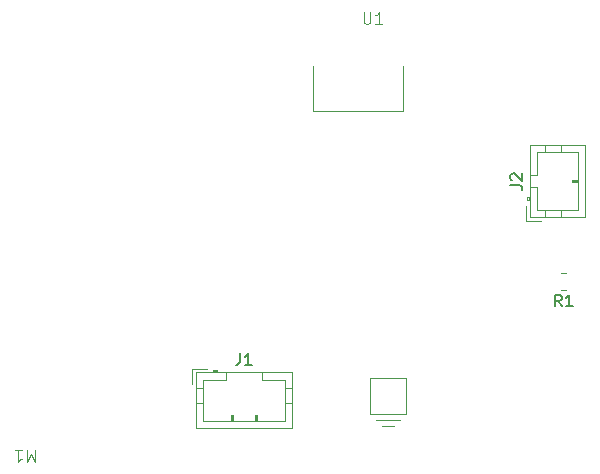
<source format=gbr>
%TF.GenerationSoftware,KiCad,Pcbnew,9.0.6*%
%TF.CreationDate,2026-02-28T16:28:42-08:00*%
%TF.ProjectId,display_new,64697370-6c61-4795-9f6e-65772e6b6963,rev?*%
%TF.SameCoordinates,Original*%
%TF.FileFunction,Legend,Top*%
%TF.FilePolarity,Positive*%
%FSLAX46Y46*%
G04 Gerber Fmt 4.6, Leading zero omitted, Abs format (unit mm)*
G04 Created by KiCad (PCBNEW 9.0.6) date 2026-02-28 16:28:42*
%MOMM*%
%LPD*%
G01*
G04 APERTURE LIST*
%ADD10C,0.150000*%
%ADD11C,0.100000*%
%ADD12C,0.120000*%
G04 APERTURE END LIST*
D10*
X151054819Y-85333333D02*
X151769104Y-85333333D01*
X151769104Y-85333333D02*
X151911961Y-85380952D01*
X151911961Y-85380952D02*
X152007200Y-85476190D01*
X152007200Y-85476190D02*
X152054819Y-85619047D01*
X152054819Y-85619047D02*
X152054819Y-85714285D01*
X151150057Y-84904761D02*
X151102438Y-84857142D01*
X151102438Y-84857142D02*
X151054819Y-84761904D01*
X151054819Y-84761904D02*
X151054819Y-84523809D01*
X151054819Y-84523809D02*
X151102438Y-84428571D01*
X151102438Y-84428571D02*
X151150057Y-84380952D01*
X151150057Y-84380952D02*
X151245295Y-84333333D01*
X151245295Y-84333333D02*
X151340533Y-84333333D01*
X151340533Y-84333333D02*
X151483390Y-84380952D01*
X151483390Y-84380952D02*
X152054819Y-84952380D01*
X152054819Y-84952380D02*
X152054819Y-84333333D01*
D11*
X110769523Y-107782580D02*
X110769523Y-108782580D01*
X110769523Y-108782580D02*
X110436190Y-108068295D01*
X110436190Y-108068295D02*
X110102857Y-108782580D01*
X110102857Y-108782580D02*
X110102857Y-107782580D01*
X109102857Y-107782580D02*
X109674285Y-107782580D01*
X109388571Y-107782580D02*
X109388571Y-108782580D01*
X109388571Y-108782580D02*
X109483809Y-108639723D01*
X109483809Y-108639723D02*
X109579047Y-108544485D01*
X109579047Y-108544485D02*
X109674285Y-108496866D01*
D10*
X155383333Y-95604819D02*
X155050000Y-95128628D01*
X154811905Y-95604819D02*
X154811905Y-94604819D01*
X154811905Y-94604819D02*
X155192857Y-94604819D01*
X155192857Y-94604819D02*
X155288095Y-94652438D01*
X155288095Y-94652438D02*
X155335714Y-94700057D01*
X155335714Y-94700057D02*
X155383333Y-94795295D01*
X155383333Y-94795295D02*
X155383333Y-94938152D01*
X155383333Y-94938152D02*
X155335714Y-95033390D01*
X155335714Y-95033390D02*
X155288095Y-95081009D01*
X155288095Y-95081009D02*
X155192857Y-95128628D01*
X155192857Y-95128628D02*
X154811905Y-95128628D01*
X156335714Y-95604819D02*
X155764286Y-95604819D01*
X156050000Y-95604819D02*
X156050000Y-94604819D01*
X156050000Y-94604819D02*
X155954762Y-94747676D01*
X155954762Y-94747676D02*
X155859524Y-94842914D01*
X155859524Y-94842914D02*
X155764286Y-94890533D01*
X128166666Y-99554819D02*
X128166666Y-100269104D01*
X128166666Y-100269104D02*
X128119047Y-100411961D01*
X128119047Y-100411961D02*
X128023809Y-100507200D01*
X128023809Y-100507200D02*
X127880952Y-100554819D01*
X127880952Y-100554819D02*
X127785714Y-100554819D01*
X129166666Y-100554819D02*
X128595238Y-100554819D01*
X128880952Y-100554819D02*
X128880952Y-99554819D01*
X128880952Y-99554819D02*
X128785714Y-99697676D01*
X128785714Y-99697676D02*
X128690476Y-99792914D01*
X128690476Y-99792914D02*
X128595238Y-99840533D01*
D11*
X138628095Y-70677419D02*
X138628095Y-71486942D01*
X138628095Y-71486942D02*
X138675714Y-71582180D01*
X138675714Y-71582180D02*
X138723333Y-71629800D01*
X138723333Y-71629800D02*
X138818571Y-71677419D01*
X138818571Y-71677419D02*
X139009047Y-71677419D01*
X139009047Y-71677419D02*
X139104285Y-71629800D01*
X139104285Y-71629800D02*
X139151904Y-71582180D01*
X139151904Y-71582180D02*
X139199523Y-71486942D01*
X139199523Y-71486942D02*
X139199523Y-70677419D01*
X140199523Y-71677419D02*
X139628095Y-71677419D01*
X139913809Y-71677419D02*
X139913809Y-70677419D01*
X139913809Y-70677419D02*
X139818571Y-70820276D01*
X139818571Y-70820276D02*
X139723333Y-70915514D01*
X139723333Y-70915514D02*
X139628095Y-70963133D01*
D12*
%TO.C,J2*%
X157410000Y-81940000D02*
X152690000Y-81940000D01*
X155300000Y-81940000D02*
X155300000Y-82550000D01*
X154000000Y-81940000D02*
X154000000Y-82550000D01*
X152690000Y-81940000D02*
X152690000Y-88060000D01*
X156800000Y-82550000D02*
X153300000Y-82550000D01*
X153300000Y-82550000D02*
X153300000Y-84500000D01*
X153300000Y-84500000D02*
X152690000Y-84500000D01*
X156300000Y-84900000D02*
X156800000Y-84900000D01*
X156800000Y-85000000D02*
X156300000Y-85000000D01*
X156800000Y-85100000D02*
X156300000Y-85100000D01*
X156300000Y-85100000D02*
X156300000Y-84900000D01*
X153300000Y-85500000D02*
X153300000Y-87450000D01*
X152690000Y-85500000D02*
X153300000Y-85500000D01*
X152690000Y-86300000D02*
X152490000Y-86300000D01*
X152590000Y-86300000D02*
X152590000Y-86600000D01*
X152490000Y-86300000D02*
X152490000Y-86600000D01*
X152490000Y-86600000D02*
X152690000Y-86600000D01*
X152390000Y-87110000D02*
X152390000Y-88360000D01*
X156800000Y-87450000D02*
X156800000Y-82550000D01*
X153300000Y-87450000D02*
X156800000Y-87450000D01*
X157410000Y-88060000D02*
X157410000Y-81940000D01*
X155300000Y-88060000D02*
X155300000Y-87450000D01*
X154000000Y-88060000D02*
X154000000Y-87450000D01*
X152690000Y-88060000D02*
X157410000Y-88060000D01*
X152390000Y-88360000D02*
X153640000Y-88360000D01*
%TO.C,R1*%
X155777064Y-94235000D02*
X155322936Y-94235000D01*
X155777064Y-92765000D02*
X155322936Y-92765000D01*
%TO.C,J1*%
X124140000Y-100890000D02*
X124140000Y-102140000D01*
X124440000Y-101190000D02*
X124440000Y-105910000D01*
X124440000Y-102500000D02*
X125050000Y-102500000D01*
X124440000Y-103800000D02*
X125050000Y-103800000D01*
X124440000Y-105910000D02*
X132560000Y-105910000D01*
X125050000Y-101800000D02*
X125050000Y-105300000D01*
X125050000Y-105300000D02*
X131950000Y-105300000D01*
X125390000Y-100890000D02*
X124140000Y-100890000D01*
X125900000Y-100990000D02*
X125900000Y-101190000D01*
X126200000Y-100990000D02*
X125900000Y-100990000D01*
X126200000Y-101090000D02*
X125900000Y-101090000D01*
X126200000Y-101190000D02*
X126200000Y-100990000D01*
X127000000Y-101190000D02*
X127000000Y-101800000D01*
X127000000Y-101800000D02*
X125050000Y-101800000D01*
X127400000Y-104800000D02*
X127600000Y-104800000D01*
X127400000Y-105300000D02*
X127400000Y-104800000D01*
X127500000Y-105300000D02*
X127500000Y-104800000D01*
X127600000Y-104800000D02*
X127600000Y-105300000D01*
X129400000Y-104800000D02*
X129600000Y-104800000D01*
X129400000Y-105300000D02*
X129400000Y-104800000D01*
X129500000Y-105300000D02*
X129500000Y-104800000D01*
X129600000Y-104800000D02*
X129600000Y-105300000D01*
X130000000Y-101800000D02*
X130000000Y-101190000D01*
X131950000Y-101800000D02*
X130000000Y-101800000D01*
X131950000Y-105300000D02*
X131950000Y-101800000D01*
X132560000Y-101190000D02*
X124440000Y-101190000D01*
X132560000Y-102500000D02*
X131950000Y-102500000D01*
X132560000Y-103800000D02*
X131950000Y-103800000D01*
X132560000Y-105910000D02*
X132560000Y-101190000D01*
D11*
%TO.C,U1*%
X134310000Y-75260000D02*
X134310000Y-79070000D01*
X134310000Y-79070000D02*
X141930000Y-79070000D01*
X139136000Y-101676000D02*
X142184000Y-101676000D01*
X139136000Y-104724000D02*
X139136000Y-101676000D01*
X139644000Y-105232000D02*
X141676000Y-105232000D01*
X140152000Y-105740000D02*
X141168000Y-105740000D01*
X141930000Y-79070000D02*
X141930000Y-75260000D01*
X142184000Y-101676000D02*
X142184000Y-104724000D01*
X142184000Y-104724000D02*
X139136000Y-104724000D01*
%TD*%
M02*

</source>
